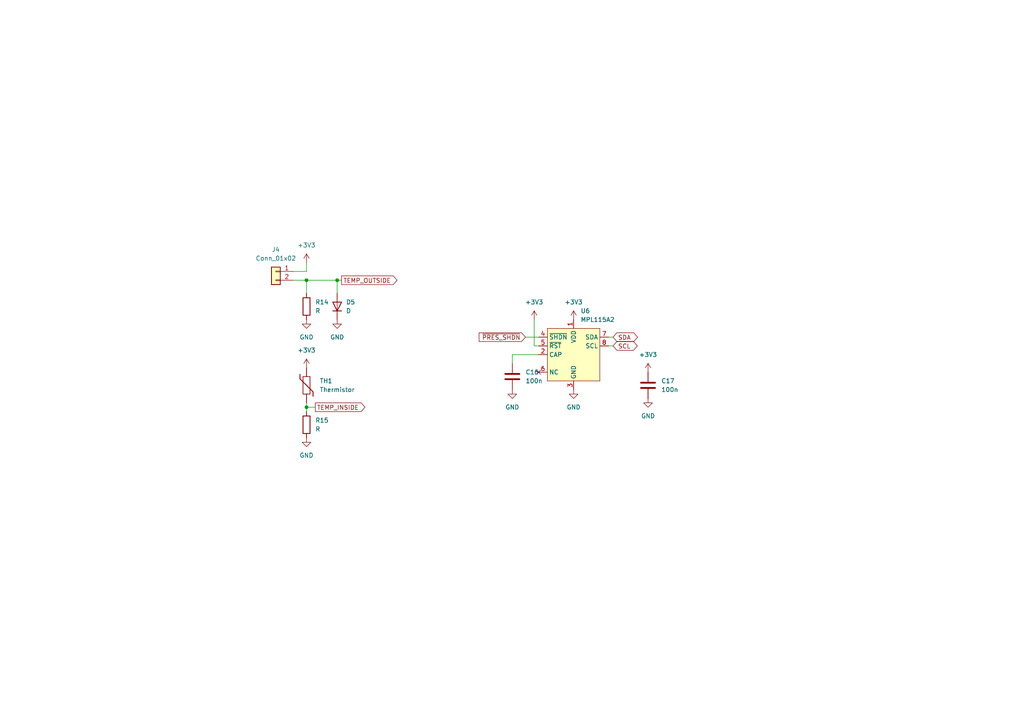
<source format=kicad_sch>
(kicad_sch (version 20211123) (generator eeschema)
  (paper "A4")
  (lib_symbols
    (symbol "Connector_Generic:Conn_01x02" (pin_names (offset 1.016) hide)
      (property "Reference" "J" (at 0 2.54 0))
      (property "Value" "Conn_01x02" (at 0 -5.08 0))
      (symbol "Conn_01x02_1_1"
        (rectangle (start -1.27 -2.413) (end 0 -2.667) (stroke (width 0.1524)))
        (rectangle (start -1.27 0.127) (end 0 -0.127) (stroke (width 0.1524)))
        (rectangle (start -1.27 1.27) (end 1.27 -3.81) (stroke (width 0.254)) (fill (type background)))
        (pin passive line (at -5.08 0 0) (length 3.81) (name "Pin_1") (number "1"))
        (pin passive line (at -5.08 -2.54 0) (length 3.81) (name "Pin_2") (number "2"))
      )
    )
    (symbol "Device:C" (pin_numbers hide) (pin_names (offset 0.254))
      (property "Reference" "C" (at 0.635 2.54 0))
      (property "Value" "C" (at 0.635 -2.54 0))
      (symbol "C_0_1"
        (polyline (pts (xy -2.032 -0.762) (xy 2.032 -0.762)) (stroke (width 0.508)))
        (polyline (pts (xy -2.032 0.762) (xy 2.032 0.762)) (stroke (width 0.508)))
      )
      (symbol "C_1_1"
        (pin passive line (at 0 3.81 270) (length 2.794) (name "~") (number "1"))
        (pin passive line (at 0 -3.81 90) (length 2.794) (name "~") (number "2"))
      )
    )
    (symbol "Device:D" (pin_numbers hide) (pin_names (offset 1.016) hide)
      (property "Reference" "D" (at 0 2.54 0))
      (property "Value" "D" (at 0 -2.54 0))
      (symbol "D_0_1"
        (polyline (pts (xy -1.27 1.27) (xy -1.27 -1.27)) (stroke (width 0.254)))
        (polyline (pts (xy 1.27 0) (xy -1.27 0)))
        (polyline (pts (xy 1.27 1.27) (xy 1.27 -1.27) (xy -1.27 0) (xy 1.27 1.27)) (stroke (width 0.254)))
      )
      (symbol "D_1_1"
        (pin passive line (at -3.81 0 0) (length 2.54) (name "K") (number "1"))
        (pin passive line (at 3.81 0 180) (length 2.54) (name "A") (number "2"))
      )
    )
    (symbol "Device:R" (pin_numbers hide) (pin_names (offset 0))
      (property "Reference" "R" (at 2.032 0 90))
      (property "Value" "R" (at 0 0 90))
      (symbol "R_0_1"
        (rectangle (start -1.016 -2.54) (end 1.016 2.54) (stroke (width 0.254)))
      )
      (symbol "R_1_1"
        (pin passive line (at 0 3.81 270) (length 1.27) (name "~") (number "1"))
        (pin passive line (at 0 -3.81 90) (length 1.27) (name "~") (number "2"))
      )
    )
    (symbol "Device:Thermistor" (pin_numbers hide) (pin_names (offset 0))
      (property "Reference" "TH" (at 2.54 1.27 90))
      (property "Value" "Thermistor" (at -2.54 0 90))
      (symbol "Thermistor_0_1"
        (rectangle (start -1.016 2.54) (end 1.016 -2.54) (stroke (width 0.2032)))
        (polyline (pts (xy -1.905 3.175) (xy -1.905 1.905) (xy 1.905 -1.905) (xy 1.905 -3.175) (xy 1.905 -3.175)) (stroke (width 0.254)))
      )
      (symbol "Thermistor_1_1"
        (pin passive line (at 0 5.08 270) (length 2.54) (name "~") (number "1"))
        (pin passive line (at 0 -5.08 90) (length 2.54) (name "~") (number "2"))
      )
    )
    (symbol "own:MPL115A2"
      (property "Reference" "U" (at 5.08 -1.27 0))
      (property "Value" "MPL115A2" (at 5.08 -19.05 0))
      (symbol "MPL115A2_0_0"
        (pin passive line (at 0 0 270) (length 2.54) (name "VDD") (number "1"))
        (pin passive line (at -10.16 -10.16 0) (length 2.54) (name "CAP") (number "2"))
        (pin passive line (at 0 -20.32 90) (length 2.54) (name "GND") (number "3"))
        (pin passive line (at -10.16 -5.08 0) (length 2.54) (name "~{SHDN}") (number "4"))
        (pin passive line (at -10.16 -7.62 0) (length 2.54) (name "~{RST}") (number "5"))
        (pin passive line (at -10.16 -15.24 0) (length 2.54) (name "NC") (number "6"))
        (pin passive line (at 10.16 -5.08 180) (length 2.54) (name "SDA") (number "7"))
        (pin passive line (at 10.16 -7.62 180) (length 2.54) (name "SCL") (number "8"))
      )
      (symbol "MPL115A2_0_1"
        (rectangle (start -7.62 -2.54) (end 7.62 -17.78) (fill (type background)))
      )
    )
    (symbol "power:+3V3" (power) (pin_names (offset 0))
      (property "Value" "+3V3" (at 0 3.556 0))
      (symbol "+3V3_0_1"
        (polyline (pts (xy -0.762 1.27) (xy 0 2.54)))
        (polyline (pts (xy 0 0) (xy 0 2.54)))
        (polyline (pts (xy 0 2.54) (xy 0.762 1.27)))
      )
      (symbol "+3V3_1_1"
        (pin power_in line (at 0 0 90) (length 0) hide (name "+3V3") (number "1"))
      )
    )
    (symbol "power:GND" (power) (pin_names (offset 0))
      (property "Value" "GND" (at 0 -3.81 0))
      (symbol "GND_0_1"
        (polyline (pts (xy 0 0) (xy 0 -1.27) (xy 1.27 -1.27) (xy 0 -2.54) (xy -1.27 -1.27) (xy 0 -1.27)))
      )
      (symbol "GND_1_1"
        (pin power_in line (at 0 0 270) (length 0) hide (name "GND") (number "1"))
      )
    )
  )
  (junction (at 97.79 81.28))
  (junction (at 88.9 118.11))
  (junction (at 88.9 81.28))
  (no_connect (at 156.21 107.95))
  (wire (pts (xy 88.9 118.11) (xy 88.9 119.38)))
  (wire (pts (xy 154.94 92.71) (xy 154.94 100.33)))
  (wire (pts (xy 97.79 81.28) (xy 99.06 81.28)))
  (wire (pts (xy 154.94 100.33) (xy 156.21 100.33)))
  (wire (pts (xy 88.9 116.84) (xy 88.9 118.11)))
  (wire (pts (xy 85.09 78.74) (xy 88.9 78.74)))
  (wire (pts (xy 88.9 81.28) (xy 88.9 85.09)))
  (wire (pts (xy 88.9 81.28) (xy 97.79 81.28)))
  (wire (pts (xy 88.9 118.11) (xy 91.44 118.11)))
  (wire (pts (xy 85.09 81.28) (xy 88.9 81.28)))
  (wire (pts (xy 97.79 81.28) (xy 97.79 85.09)))
  (wire (pts (xy 88.9 78.74) (xy 88.9 76.2)))
  (wire (pts (xy 148.59 105.41) (xy 148.59 102.87)))
  (wire (pts (xy 176.53 97.79) (xy 177.8 97.79)))
  (wire (pts (xy 176.53 100.33) (xy 177.8 100.33)))
  (wire (pts (xy 152.4 97.79) (xy 156.21 97.79)))
  (wire (pts (xy 148.59 102.87) (xy 156.21 102.87)))
  (global_label "TEMP_OUTSIDE" (shape output) (at 99.06 81.28 0) (property "Intersheet References" "${INTERSHEET_REFS}" (effects hide)))
  (global_label "SCL" (shape bidirectional) (at 177.8 100.33 0) (property "Intersheet References" "${INTERSHEET_REFS}" (effects hide)))
  (global_label "TEMP_INSIDE" (shape output) (at 91.44 118.11 0) (property "Intersheet References" "${INTERSHEET_REFS}" (effects hide)))
  (global_label "SDA" (shape bidirectional) (at 177.8 97.79 0) (property "Intersheet References" "${INTERSHEET_REFS}" (effects hide)))
  (global_label "~{PRES_SHDN}" (shape input) (at 152.4 97.79 180) (property "Intersheet References" "${INTERSHEET_REFS}" (effects hide)))
  (symbol (lib_id "power:GND") (at 97.79 92.71 0) (unit 1)
    (property "Reference" "#PWR058" (effects hide))
    (property "Value" "GND" (at 97.79 97.79 0))
  )
  (symbol (lib_id "power:GND") (at 88.9 92.71 0) (unit 1)
    (property "Reference" "#PWR055" (effects hide))
    (property "Value" "GND" (at 88.9 97.79 0))
  )
  (symbol (lib_id "power:GND") (at 166.37 113.03 0) (unit 1)
    (property "Reference" "#PWR062" (effects hide))
    (property "Value" "GND" (at 166.37 118.11 0))
  )
  (symbol (lib_id "Connector_Generic:Conn_01x02") (at 80.01 78.74 0) (mirror y) (unit 1)
    (property "Reference" "J4" (at 80.01 72.39 0))
    (property "Value" "Conn_01x02" (at 80.01 74.93 0))
    (property "Footprint" "TerminalBlock:TerminalBlock_bornier-2_P5.08mm" (effects hide))
  )
  (symbol (lib_id "Device:C") (at 187.96 111.76 0) (unit 1)
    (property "Reference" "C17" (at 191.77 110.4899 0) (effects (justify left)))
    (property "Value" "100n" (at 191.77 113.0299 0) (effects (justify left)))
    (property "Footprint" "Capacitor_SMD:C_0805_2012Metric" (effects hide))
  )
  (symbol (lib_id "own:MPL115A2") (at 166.37 92.71 0) (unit 1)
    (property "Reference" "U6" (at 168.3894 90.17 0) (effects (justify left)))
    (property "Value" "MPL115A2" (at 168.3894 92.71 0) (effects (justify left)))
    (property "Footprint" "Package_LGA:LGA-8_3x5mm_P1.25mm" (effects hide))
  )
  (symbol (lib_id "Device:Thermistor") (at 88.9 111.76 0) (unit 1)
    (property "Reference" "TH1" (at 92.71 110.4899 0) (effects (justify left)))
    (property "Value" "Thermistor" (at 92.71 113.0299 0) (effects (justify left)))
    (property "Footprint" "Capacitor_THT:C_Disc_D3.0mm_W2.0mm_P2.50mm" (effects hide))
  )
  (symbol (lib_id "power:GND") (at 148.59 113.03 0) (unit 1)
    (property "Reference" "#PWR059" (effects hide))
    (property "Value" "GND" (at 148.59 118.11 0))
  )
  (symbol (lib_id "Device:R") (at 88.9 123.19 0) (unit 1)
    (property "Reference" "R15" (at 91.44 121.9199 0) (effects (justify left)))
    (property "Value" "R" (at 91.44 124.4599 0) (effects (justify left)))
    (property "Footprint" "Resistor_SMD:R_0805_2012Metric" (effects hide))
  )
  (symbol (lib_id "power:+3V3") (at 187.96 107.95 0) (unit 1)
    (property "Reference" "#PWR063" (effects hide))
    (property "Value" "+3V3" (at 187.96 102.87 0))
  )
  (symbol (lib_id "power:+3V3") (at 166.37 92.71 0) (unit 1)
    (property "Reference" "#PWR061" (effects hide))
    (property "Value" "+3V3" (at 166.37 87.63 0))
  )
  (symbol (lib_id "Device:D") (at 97.79 88.9 90) (unit 1)
    (property "Reference" "D5" (at 100.33 87.6299 90) (effects (justify right)))
    (property "Value" "D" (at 100.33 90.1699 90) (effects (justify right)))
    (property "Footprint" "Diode_SMD:D_MiniMELF" (effects hide))
  )
  (symbol (lib_id "power:+3V3") (at 88.9 76.2 0) (unit 1)
    (property "Reference" "#PWR054" (effects hide))
    (property "Value" "+3V3" (at 88.9 71.12 0))
  )
  (symbol (lib_id "power:+3V3") (at 154.94 92.71 0) (unit 1)
    (property "Reference" "#PWR060" (effects hide))
    (property "Value" "+3V3" (at 154.94 87.63 0))
  )
  (symbol (lib_id "power:GND") (at 187.96 115.57 0) (unit 1)
    (property "Reference" "#PWR064" (effects hide))
    (property "Value" "GND" (at 187.96 120.65 0))
  )
  (symbol (lib_id "power:GND") (at 88.9 127 0) (unit 1)
    (property "Reference" "#PWR057" (effects hide))
    (property "Value" "GND" (at 88.9 132.08 0))
  )
  (symbol (lib_id "power:+3V3") (at 88.9 106.68 0) (unit 1)
    (property "Reference" "#PWR056" (effects hide))
    (property "Value" "+3V3" (at 88.9 101.6 0))
  )
  (symbol (lib_id "Device:C") (at 148.59 109.22 0) (unit 1)
    (property "Reference" "C16" (at 152.4 107.9499 0) (effects (justify left)))
    (property "Value" "100n" (at 152.4 110.4899 0) (effects (justify left)))
    (property "Footprint" "Capacitor_SMD:C_0805_2012Metric" (effects hide))
  )
  (symbol (lib_id "Device:R") (at 88.9 88.9 0) (unit 1)
    (property "Reference" "R14" (at 91.44 87.6299 0) (effects (justify left)))
    (property "Value" "R" (at 91.44 90.1699 0) (effects (justify left)))
    (property "Footprint" "Resistor_SMD:R_0805_2012Metric" (effects hide))
  )
)
</source>
